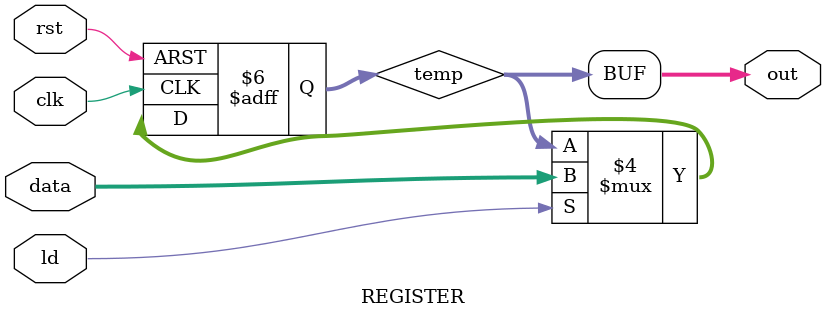
<source format=v>
`timescale 1ns / 1ns
module REGISTER(clk, rst, ld, data, out);
    parameter DATA_WIDTH = 2;
    reg [DATA_WIDTH - 1: 0] temp;
    output [DATA_WIDTH - 1: 0] out;
    input [DATA_WIDTH - 1: 0] data;
    input clk, rst, ld;
    initial begin
        temp = 0;
    end

    always @ (posedge clk, posedge rst) begin
        if (rst) begin
            temp <= 0;
        end
        else if (ld) temp <= data;
        else temp <= temp;
    end

    assign out = temp;
endmodule // Register

</source>
